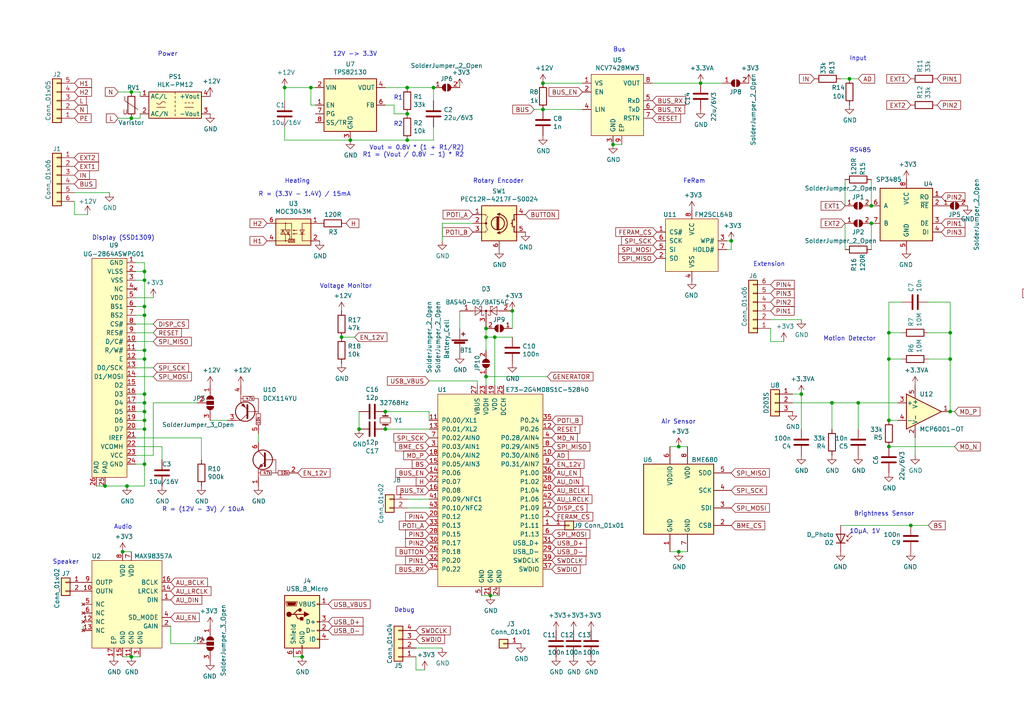
<source format=kicad_sch>
(kicad_sch (version 20211123) (generator eeschema)
  (paper "A4")
  (junction (at 41.91 134.62))
  (junction (at 257.81 121.92))
  (junction (at 196.85 160.02))
  (junction (at 363.22 100.33))
  (junction (at 317.5 85.09))
  (junction (at 99.06 97.79))
  (junction (at 252.73 59.69))
  (junction (at 125.73 25.4))
  (junction (at 275.59 96.52))
  (junction (at 41.91 101.6))
  (junction (at 87.63 190.5))
  (junction (at 41.91 119.38))
  (junction (at 330.2 100.33))
  (junction (at 41.91 104.14))
  (junction (at 157.48 24.13))
  (junction (at 140.97 109.22))
  (junction (at 41.91 78.74))
  (junction (at 246.38 22.86))
  (junction (at 196.85 129.54))
  (junction (at 203.2 24.13))
  (junction (at 257.81 129.54))
  (junction (at 336.55 100.33))
  (junction (at 264.16 152.4))
  (junction (at 118.11 33.02))
  (junction (at 111.76 119.38))
  (junction (at 143.51 97.79))
  (junction (at 330.2 85.09))
  (junction (at 118.11 40.64))
  (junction (at 257.81 104.14))
  (junction (at 41.91 88.9))
  (junction (at 118.11 25.4))
  (junction (at 140.97 97.79))
  (junction (at 101.6 40.64))
  (junction (at 323.85 100.33))
  (junction (at 177.8 41.91))
  (junction (at 41.91 124.46))
  (junction (at 336.55 85.09))
  (junction (at 275.59 119.38))
  (junction (at 104.14 124.46))
  (junction (at 111.76 124.46))
  (junction (at 41.91 81.28))
  (junction (at 90.17 25.4))
  (junction (at 317.5 100.33))
  (junction (at 148.59 90.17))
  (junction (at 363.22 85.09))
  (junction (at 142.24 172.72))
  (junction (at 157.48 31.75))
  (junction (at 30.48 140.97))
  (junction (at 212.09 69.85))
  (junction (at 35.56 160.02))
  (junction (at 232.41 114.3))
  (junction (at 41.91 121.92))
  (junction (at 82.55 25.4))
  (junction (at 248.92 116.84))
  (junction (at 38.1 26.67))
  (junction (at 241.3 116.84))
  (junction (at 257.81 96.52))
  (junction (at 41.91 91.44))
  (junction (at 41.91 114.3))
  (junction (at 38.1 190.5))
  (junction (at 252.73 64.77))
  (junction (at 275.59 104.14))
  (junction (at 36.83 140.97))
  (junction (at 41.91 116.84))
  (junction (at 140.97 95.25))
  (junction (at 38.1 34.29))
  (wire (pts (xy 44.45 116.84) (xy 57.15 116.84)))
  (wire (pts (xy 323.85 100.33) (xy 330.2 100.33)))
  (wire (pts (xy 140.97 97.79) (xy 140.97 95.25)))
  (wire (pts (xy 41.91 81.28) (xy 41.91 78.74)))
  (wire (pts (xy 257.81 129.54) (xy 276.86 129.54)))
  (wire (pts (xy 379.73 85.09) (xy 379.73 87.63)))
  (wire (pts (xy 118.11 40.64) (xy 125.73 40.64)))
  (wire (pts (xy 232.41 124.46) (xy 232.41 114.3)))
  (wire (pts (xy 44.45 93.98) (xy 39.37 93.98)))
  (wire (pts (xy 241.3 116.84) (xy 248.92 116.84)))
  (wire (pts (xy 257.81 104.14) (xy 257.81 96.52)))
  (wire (pts (xy 336.55 100.33) (xy 336.55 96.52)))
  (wire (pts (xy 39.37 134.62) (xy 41.91 134.62)))
  (wire (pts (xy 154.94 31.75) (xy 157.48 31.75)))
  (wire (pts (xy 257.81 121.92) (xy 257.81 104.14)))
  (wire (pts (xy 309.88 85.09) (xy 317.5 85.09)))
  (wire (pts (xy 39.37 96.52) (xy 44.45 96.52)))
  (wire (pts (xy 41.91 140.97) (xy 41.91 134.62)))
  (wire (pts (xy 39.37 106.68) (xy 44.45 106.68)))
  (wire (pts (xy 101.6 40.64) (xy 118.11 40.64)))
  (wire (pts (xy 142.24 172.72) (xy 144.78 172.72)))
  (wire (pts (xy 39.37 129.54) (xy 46.99 129.54)))
  (wire (pts (xy 317.5 85.09) (xy 330.2 85.09)))
  (wire (pts (xy 128.27 69.85) (xy 128.27 64.77)))
  (wire (pts (xy 140.97 97.79) (xy 143.51 97.79)))
  (wire (pts (xy 111.76 30.48) (xy 114.3 30.48)))
  (wire (pts (xy 148.59 95.25) (xy 148.59 90.17)))
  (wire (pts (xy 120.65 187.96) (xy 128.27 187.96)))
  (wire (pts (xy 39.37 116.84) (xy 41.91 116.84)))
  (wire (pts (xy 58.42 127) (xy 58.42 133.35)))
  (wire (pts (xy 118.11 144.78) (xy 124.46 144.78)))
  (wire (pts (xy 114.3 33.02) (xy 118.11 33.02)))
  (wire (pts (xy 39.37 99.06) (xy 44.45 99.06)))
  (wire (pts (xy 157.48 31.75) (xy 168.91 31.75)))
  (wire (pts (xy 125.73 29.21) (xy 125.73 25.4)))
  (wire (pts (xy 90.17 25.4) (xy 91.44 25.4)))
  (wire (pts (xy 39.37 81.28) (xy 41.91 81.28)))
  (wire (pts (xy 363.22 87.63) (xy 363.22 85.09)))
  (wire (pts (xy 74.93 128.27) (xy 74.93 125.73)))
  (wire (pts (xy 257.81 104.14) (xy 261.62 104.14)))
  (wire (pts (xy 21.59 55.88) (xy 31.75 55.88)))
  (wire (pts (xy 40.64 34.29) (xy 38.1 34.29)))
  (wire (pts (xy 257.81 121.92) (xy 260.35 121.92)))
  (wire (pts (xy 336.55 85.09) (xy 363.22 85.09)))
  (wire (pts (xy 21.59 58.42) (xy 21.59 62.23)))
  (wire (pts (xy 245.11 72.39) (xy 245.11 64.77)))
  (wire (pts (xy 143.51 111.76) (xy 143.51 97.79)))
  (wire (pts (xy 39.37 121.92) (xy 41.91 121.92)))
  (wire (pts (xy 317.5 100.33) (xy 323.85 100.33)))
  (wire (pts (xy 309.88 100.33) (xy 317.5 100.33)))
  (wire (pts (xy 275.59 87.63) (xy 275.59 96.52)))
  (wire (pts (xy 111.76 25.4) (xy 118.11 25.4)))
  (wire (pts (xy 39.37 124.46) (xy 41.91 124.46)))
  (wire (pts (xy 40.64 26.67) (xy 38.1 26.67)))
  (wire (pts (xy 39.37 109.22) (xy 44.45 109.22)))
  (wire (pts (xy 243.84 22.86) (xy 246.38 22.86)))
  (wire (pts (xy 330.2 100.33) (xy 336.55 100.33)))
  (wire (pts (xy 82.55 25.4) (xy 90.17 25.4)))
  (wire (pts (xy 41.91 124.46) (xy 41.91 121.92)))
  (wire (pts (xy 114.3 30.48) (xy 114.3 33.02)))
  (wire (pts (xy 35.56 190.5) (xy 38.1 190.5)))
  (wire (pts (xy 39.37 114.3) (xy 41.91 114.3)))
  (wire (pts (xy 257.81 87.63) (xy 261.62 87.63)))
  (wire (pts (xy 336.55 85.09) (xy 336.55 91.44)))
  (wire (pts (xy 27.94 140.97) (xy 30.48 140.97)))
  (wire (pts (xy 363.22 100.33) (xy 379.73 100.33)))
  (wire (pts (xy 39.37 104.14) (xy 41.91 104.14)))
  (wire (pts (xy 363.22 97.79) (xy 363.22 100.33)))
  (wire (pts (xy 138.43 111.76) (xy 138.43 110.49)))
  (wire (pts (xy 41.91 114.3) (xy 41.91 104.14)))
  (wire (pts (xy 257.81 96.52) (xy 257.81 87.63)))
  (wire (pts (xy 39.37 127) (xy 58.42 127)))
  (wire (pts (xy 41.91 76.2) (xy 39.37 76.2)))
  (wire (pts (xy 243.84 152.4) (xy 264.16 152.4)))
  (wire (pts (xy 91.44 30.48) (xy 90.17 30.48)))
  (wire (pts (xy 264.16 152.4) (xy 269.24 152.4)))
  (wire (pts (xy 30.48 140.97) (xy 36.83 140.97)))
  (wire (pts (xy 46.99 129.54) (xy 46.99 133.35)))
  (wire (pts (xy 38.1 34.29) (xy 34.29 34.29)))
  (wire (pts (xy 38.1 160.02) (xy 35.56 160.02)))
  (wire (pts (xy 21.59 62.23) (xy 25.4 62.23)))
  (wire (pts (xy 41.91 134.62) (xy 41.91 124.46)))
  (wire (pts (xy 39.37 88.9) (xy 41.91 88.9)))
  (wire (pts (xy 248.92 124.46) (xy 248.92 116.84)))
  (wire (pts (xy 229.87 116.84) (xy 241.3 116.84)))
  (wire (pts (xy 40.64 33.02) (xy 40.64 34.29)))
  (wire (pts (xy 41.91 78.74) (xy 41.91 76.2)))
  (wire (pts (xy 123.19 194.31) (xy 120.65 194.31)))
  (wire (pts (xy 128.27 64.77) (xy 137.16 64.77)))
  (wire (pts (xy 252.73 52.07) (xy 252.73 59.69)))
  (wire (pts (xy 38.1 190.5) (xy 40.64 190.5)))
  (wire (pts (xy 232.41 114.3) (xy 229.87 114.3)))
  (wire (pts (xy 275.59 104.14) (xy 269.24 104.14)))
  (wire (pts (xy 24.13 182.88) (xy 24.13 181.61)))
  (wire (pts (xy 139.7 172.72) (xy 142.24 172.72)))
  (wire (pts (xy 275.59 119.38) (xy 276.86 119.38)))
  (wire (pts (xy 125.73 40.64) (xy 125.73 36.83)))
  (wire (pts (xy 336.55 100.33) (xy 363.22 100.33)))
  (wire (pts (xy 82.55 29.21) (xy 82.55 25.4)))
  (wire (pts (xy 203.2 24.13) (xy 209.55 24.13)))
  (wire (pts (xy 41.91 101.6) (xy 41.91 91.44)))
  (wire (pts (xy 41.91 91.44) (xy 41.91 88.9)))
  (wire (pts (xy 41.91 88.9) (xy 41.91 81.28)))
  (wire (pts (xy 120.65 194.31) (xy 120.65 190.5)))
  (wire (pts (xy 41.91 121.92) (xy 41.91 119.38)))
  (wire (pts (xy 210.82 69.85) (xy 212.09 69.85)))
  (wire (pts (xy 196.85 129.54) (xy 199.39 129.54)))
  (wire (pts (xy 41.91 104.14) (xy 41.91 101.6)))
  (wire (pts (xy 49.53 186.69) (xy 57.15 186.69)))
  (wire (pts (xy 309.88 88.9) (xy 309.88 85.09)))
  (wire (pts (xy 125.73 25.4) (xy 118.11 25.4)))
  (wire (pts (xy 223.52 95.25) (xy 223.52 99.06)))
  (wire (pts (xy 177.8 41.91) (xy 180.34 41.91)))
  (wire (pts (xy 275.59 96.52) (xy 275.59 104.14)))
  (wire (pts (xy 118.11 147.32) (xy 124.46 147.32)))
  (wire (pts (xy 140.97 101.6) (xy 140.97 97.79)))
  (wire (pts (xy 265.43 132.08) (xy 265.43 127)))
  (wire (pts (xy 85.09 190.5) (xy 87.63 190.5)))
  (wire (pts (xy 36.83 140.97) (xy 41.91 140.97)))
  (wire (pts (xy 189.23 24.13) (xy 203.2 24.13)))
  (wire (pts (xy 309.88 96.52) (xy 309.88 100.33)))
  (wire (pts (xy 39.37 91.44) (xy 41.91 91.44)))
  (wire (pts (xy 99.06 97.79) (xy 102.87 97.79)))
  (wire (pts (xy 124.46 119.38) (xy 124.46 121.92)))
  (wire (pts (xy 140.97 109.22) (xy 158.75 109.22)))
  (wire (pts (xy 252.73 64.77) (xy 252.73 72.39)))
  (wire (pts (xy 38.1 26.67) (xy 34.29 26.67)))
  (wire (pts (xy 246.38 22.86) (xy 248.92 22.86)))
  (wire (pts (xy 82.55 36.83) (xy 82.55 40.64)))
  (wire (pts (xy 111.76 124.46) (xy 124.46 124.46)))
  (wire (pts (xy 40.64 27.94) (xy 40.64 26.67)))
  (wire (pts (xy 379.73 100.33) (xy 379.73 97.79)))
  (wire (pts (xy 104.14 124.46) (xy 104.14 119.38)))
  (wire (pts (xy 82.55 40.64) (xy 101.6 40.64)))
  (wire (pts (xy 223.52 99.06) (xy 227.33 99.06)))
  (wire (pts (xy 232.41 92.71) (xy 223.52 92.71)))
  (wire (pts (xy 194.31 129.54) (xy 196.85 129.54)))
  (wire (pts (xy 157.48 24.13) (xy 168.91 24.13)))
  (wire (pts (xy 248.92 116.84) (xy 260.35 116.84)))
  (wire (pts (xy 143.51 97.79) (xy 148.59 97.79)))
  (wire (pts (xy 39.37 132.08) (xy 44.45 132.08)))
  (wire (pts (xy 212.09 72.39) (xy 212.09 69.85)))
  (wire (pts (xy 363.22 85.09) (xy 379.73 85.09)))
  (wire (pts (xy 269.24 87.63) (xy 275.59 87.63)))
  (wire (pts (xy 241.3 124.46) (xy 241.3 116.84)))
  (wire (pts (xy 269.24 96.52) (xy 275.59 96.52)))
  (wire (pts (xy 124.46 110.49) (xy 138.43 110.49)))
  (wire (pts (xy 245.11 59.69) (xy 245.11 52.07)))
  (wire (pts (xy 66.04 121.92) (xy 60.96 121.92)))
  (wire (pts (xy 39.37 101.6) (xy 41.91 101.6)))
  (wire (pts (xy 39.37 86.36) (xy 44.45 86.36)))
  (wire (pts (xy 39.37 78.74) (xy 41.91 78.74)))
  (wire (pts (xy 196.85 160.02) (xy 199.39 160.02)))
  (wire (pts (xy 133.35 95.25) (xy 133.35 90.17)))
  (wire (pts (xy 275.59 119.38) (xy 275.59 104.14)))
  (wire (pts (xy 111.76 119.38) (xy 124.46 119.38)))
  (wire (pts (xy 44.45 116.84) (xy 44.45 132.08)))
  (wire (pts (xy 330.2 85.09) (xy 336.55 85.09)))
  (wire (pts (xy 41.91 116.84) (xy 41.91 114.3)))
  (wire (pts (xy 210.82 72.39) (xy 212.09 72.39)))
  (wire (pts (xy 39.37 119.38) (xy 41.91 119.38)))
  (wire (pts (xy 90.17 30.48) (xy 90.17 25.4)))
  (wire (pts (xy 41.91 119.38) (xy 41.91 116.84)))
  (wire (pts (xy 194.31 160.02) (xy 196.85 160.02)))
  (wire (pts (xy 49.53 181.61) (xy 49.53 186.69)))
  (wire (pts (xy 261.62 96.52) (xy 257.81 96.52)))
  (wire (pts (xy 140.97 111.76) (xy 140.97 109.22)))
  (text "FeRam" (at 198.12 53.34 0) (effects (font (size 1.27 1.27)) (justify left bottom)))
  (text "R = (3.3V - 1.4V) / 15mA" (at 74.93 57.15 0) (effects (font (size 1.27 1.27)) (justify left bottom)))
  (text "Vout = 0.8V * (1 + R1/R2)\nR1 = (Vout / 0.8V - 1) * R2" (at 134.62 45.72 180) (effects (font (size 1.27 1.27)) (justify right bottom)))
  (text "10µA, 1V" (at 246.38 154.94 0) (effects (font (size 1.27 1.27)) (justify left bottom)))
  (text "Input" (at 246.38 17.78 0) (effects (font (size 1.27 1.27)) (justify left bottom)))
  (text "Bus" (at 177.8 15.24 0) (effects (font (size 1.27 1.27)) (justify left bottom)))
  (text "Debug" (at 114.3 177.8 0) (effects (font (size 1.27 1.27)) (justify left bottom)))
  (text "R2" (at 116.84 36.83 180) (effects (font (size 1.27 1.27)) (justify right bottom)))
  (text "Brightness Sensor" (at 247.65 149.86 0) (effects (font (size 1.27 1.27)) (justify left bottom)))
  (text "RS485" (at 246.38 44.45 0) (effects (font (size 1.27 1.27)) (justify left bottom)))
  (text "Extension" (at 218.44 77.47 0) (effects (font (size 1.27 1.27)) (justify left bottom)))
  (text "Rotary Encoder" (at 137.16 53.34 0) (effects (font (size 1.27 1.27)) (justify left bottom)))
  (text "R = (12V - 3V) / 10uA" (at 46.99 148.59 0) (effects (font (size 1.27 1.27)) (justify left bottom)))
  (text "Power" (at 45.72 16.51 0) (effects (font (size 1.27 1.27)) (justify left bottom)))
  (text "Speaker" (at 15.24 163.83 0) (effects (font (size 1.27 1.27)) (justify left bottom)))
  (text "12V -> 3.3V" (at 96.52 16.51 0) (effects (font (size 1.27 1.27)) (justify left bottom)))
  (text "R1" (at 116.84 29.21 180) (effects (font (size 1.27 1.27)) (justify right bottom)))
  (text "Voltage Monitor" (at 92.71 83.82 0) (effects (font (size 1.27 1.27)) (justify left bottom)))
  (text "Motion Detector" (at 238.76 99.06 0) (effects (font (size 1.27 1.27)) (justify left bottom)))
  (text "Audio" (at 33.02 153.67 0) (effects (font (size 1.27 1.27)) (justify left bottom)))
  (text "Air Sensor" (at 191.77 123.19 0) (effects (font (size 1.27 1.27)) (justify left bottom)))
  (text "Heating" (at 82.55 53.34 0) (effects (font (size 1.27 1.27)) (justify left bottom)))
  (text "Display (SSD1309)" (at 26.67 69.85 0) (effects (font (size 1.27 1.27)) (justify left bottom)))
  (global_label "MD_N" (shape input) (at 160.02 127 0) (property "Intersheet References" "${INTERSHEET_REFS}" (effects hide)))
  (global_label "USB_D+" (shape input) (at 95.25 180.34 0) (property "Intersheet References" "${INTERSHEET_REFS}" (effects hide)))
  (global_label "PIN2" (shape input) (at 271.78 30.48 0) (property "Intersheet References" "${INTERSHEET_REFS}" (effects hide)))
  (global_label "BUS_RX" (shape input) (at 124.46 165.1 180) (property "Intersheet References" "${INTERSHEET_REFS}" (effects hide)))
  (global_label "USB_D-" (shape input) (at 160.02 160.02 0) (property "Intersheet References" "${INTERSHEET_REFS}" (effects hide)))
  (global_label "AU_EN" (shape input) (at 49.53 179.07 0) (property "Intersheet References" "${INTERSHEET_REFS}" (effects hide)))
  (global_label "N" (shape input) (at 21.59 31.75 0) (property "Intersheet References" "${INTERSHEET_REFS}" (effects hide)))
  (global_label "GENERATOR" (shape input) (at 158.75 109.22 0) (property "Intersheet References" "${INTERSHEET_REFS}" (effects hide)))
  (global_label "PIN3" (shape input) (at 124.46 154.94 180) (property "Intersheet References" "${INTERSHEET_REFS}" (effects hide)))
  (global_label "AU_DIN" (shape input) (at 49.53 173.99 0) (property "Intersheet References" "${INTERSHEET_REFS}" (effects hide)))
  (global_label "RESET" (shape input) (at 44.45 96.52 0) (property "Intersheet References" "${INTERSHEET_REFS}" (effects hide)))
  (global_label "PIN2" (shape input) (at 223.52 87.63 0) (property "Intersheet References" "${INTERSHEET_REFS}" (effects hide)))
  (global_label "BUS_TX" (shape input) (at 189.23 31.75 0) (property "Intersheet References" "${INTERSHEET_REFS}" (effects hide)))
  (global_label "IN" (shape input) (at 21.59 50.8 0) (property "Intersheet References" "${INTERSHEET_REFS}" (effects hide)))
  (global_label "POTI_B" (shape input) (at 160.02 121.92 0) (property "Intersheet References" "${INTERSHEET_REFS}" (effects hide)))
  (global_label "L" (shape input) (at 21.59 29.21 0) (property "Intersheet References" "${INTERSHEET_REFS}" (effects hide)))
  (global_label "G1" (shape input) (at 322.58 92.71 270) (property "Intersheet References" "${INTERSHEET_REFS}" (effects hide)))
  (global_label "H1" (shape input) (at 77.47 69.85 180) (property "Intersheet References" "${INTERSHEET_REFS}" (effects hide)))
  (global_label "PIN1" (shape input) (at 271.78 22.86 0) (property "Intersheet References" "${INTERSHEET_REFS}" (effects hide)))
  (global_label "SPI_MOSI" (shape input) (at 190.5 72.39 180) (property "Intersheet References" "${INTERSHEET_REFS}" (effects hide)))
  (global_label "H" (shape input) (at 124.46 139.7 180) (property "Intersheet References" "${INTERSHEET_REFS}" (effects hide)))
  (global_label "SPI_SCK" (shape input) (at 212.09 142.24 0) (property "Intersheet References" "${INTERSHEET_REFS}" (effects hide)))
  (global_label "EXT2" (shape input) (at 245.11 64.77 180) (property "Intersheet References" "${INTERSHEET_REFS}" (effects hide)))
  (global_label "PIN2" (shape input) (at 124.46 157.48 180) (property "Intersheet References" "${INTERSHEET_REFS}" (effects hide)))
  (global_label "PIN1" (shape input) (at 124.46 162.56 180) (property "Intersheet References" "${INTERSHEET_REFS}" (effects hide)))
  (global_label "SPI_MOSI" (shape input) (at 212.09 147.32 0) (property "Intersheet References" "${INTERSHEET_REFS}" (effects hide)))
  (global_label "AU_LRCLK" (shape input) (at 160.02 144.78 0) (property "Intersheet References" "${INTERSHEET_REFS}" (effects hide)))
  (global_label "FERAM_CS" (shape input) (at 160.02 149.86 0) (property "Intersheet References" "${INTERSHEET_REFS}" (effects hide)))
  (global_label "MD_N" (shape input) (at 276.86 129.54 0) (property "Intersheet References" "${INTERSHEET_REFS}" (effects hide)))
  (global_label "SWDIO" (shape input) (at 120.65 185.42 0) (property "Intersheet References" "${INTERSHEET_REFS}" (effects hide)))
  (global_label "EXT1" (shape input) (at 264.16 22.86 180) (property "Intersheet References" "${INTERSHEET_REFS}" (effects hide)))
  (global_label "GENERATOR" (shape input) (at 309.88 85.09 180) (property "Intersheet References" "${INTERSHEET_REFS}" (effects hide)))
  (global_label "BME_CS" (shape input) (at 212.09 152.4 0) (property "Intersheet References" "${INTERSHEET_REFS}" (effects hide)))
  (global_label "BS" (shape input) (at 269.24 152.4 0) (property "Intersheet References" "${INTERSHEET_REFS}" (effects hide)))
  (global_label "G2" (shape input) (at 325.12 92.71 270) (property "Intersheet References" "${INTERSHEET_REFS}" (effects hide)))
  (global_label "SPI_MISO" (shape input) (at 160.02 129.54 0) (property "Intersheet References" "${INTERSHEET_REFS}" (effects hide)))
  (global_label "H2" (shape input) (at 77.47 64.77 180) (property "Intersheet References" "${INTERSHEET_REFS}" (effects hide)))
  (global_label "IN" (shape input) (at 236.22 22.86 180) (property "Intersheet References" "${INTERSHEET_REFS}" (effects hide)))
  (global_label "PE" (shape input) (at 21.59 34.29 0) (property "Intersheet References" "${INTERSHEET_REFS}" (effects hide)))
  (global_label "USB_VBUS" (shape input) (at 124.46 110.49 180) (property "Intersheet References" "${INTERSHEET_REFS}" (effects hide)))
  (global_label "EN_12V" (shape input) (at 102.87 97.79 0) (property "Intersheet References" "${INTERSHEET_REFS}" (effects hide)))
  (global_label "POTI_A" (shape input) (at 124.46 152.4 180) (property "Intersheet References" "${INTERSHEET_REFS}" (effects hide)))
  (global_label "USB_D-" (shape input) (at 95.25 182.88 0) (property "Intersheet References" "${INTERSHEET_REFS}" (effects hide)))
  (global_label "RESET" (shape input) (at 160.02 124.46 0) (property "Intersheet References" "${INTERSHEET_REFS}" (effects hide)))
  (global_label "SPI_MISO" (shape input) (at 212.09 137.16 0) (property "Intersheet References" "${INTERSHEET_REFS}" (effects hide)))
  (global_label "BUS" (shape input) (at 21.59 53.34 0) (property "Intersheet References" "${INTERSHEET_REFS}" (effects hide)))
  (global_label "SWDCLK" (shape input) (at 160.02 162.56 0) (property "Intersheet References" "${INTERSHEET_REFS}" (effects hide)))
  (global_label "BUS_EN" (shape input) (at 124.46 137.16 180) (property "Intersheet References" "${INTERSHEET_REFS}" (effects hide)))
  (global_label "SWDIO" (shape input) (at 160.02 165.1 0) (property "Intersheet References" "${INTERSHEET_REFS}" (effects hide)))
  (global_label "AU_BCLK" (shape input) (at 160.02 142.24 0) (property "Intersheet References" "${INTERSHEET_REFS}" (effects hide)))
  (global_label "EN_12V" (shape input) (at 86.36 137.16 0) (property "Intersheet References" "${INTERSHEET_REFS}" (effects hide)))
  (global_label "AD" (shape input) (at 160.02 132.08 0) (property "Intersheet References" "${INTERSHEET_REFS}" (effects hide)))
  (global_label "POTI_A" (shape input) (at 137.16 62.23 180) (property "Intersheet References" "${INTERSHEET_REFS}" (effects hide)))
  (global_label "BME_CS" (shape input) (at 124.46 129.54 180) (property "Intersheet References" "${INTERSHEET_REFS}" (effects hide)))
  (global_label "SPI_MISO" (shape input) (at 190.5 74.93 180) (property "Intersheet References" "${INTERSHEET_REFS}" (effects hide)))
  (global_label "BUS_RX" (shape input) (at 189.23 29.21 0) (property "Intersheet References" "${INTERSHEET_REFS}" (effects hide)))
  (global_label "AU_LRCLK" (shape input) (at 49.53 171.45 0) (property "Intersheet References" "${INTERSHEET_REFS}" (effects hide)))
  (global_label "EXT1" (shape input) (at 245.11 59.69 180) (property "Intersheet References" "${INTERSHEET_REFS}" (effects hide)))
  (global_label "POTI_B" (shape input) (at 137.16 67.31 180) (property "Intersheet References" "${INTERSHEET_REFS}" (effects hide)))
  (global_label "SPI_SCK" (shape input) (at 190.5 69.85 180) (property "Intersheet References" "${INTERSHEET_REFS}" (effects hide)))
  (global_label "BUTTON" (shape input) (at 152.4 62.23 0) (property "Intersheet References" "${INTERSHEET_REFS}" (effects hide)))
  (global_label "BUTTON" (shape input) (at 124.46 160.02 180) (property "Intersheet References" "${INTERSHEET_REFS}" (effects hide)))
  (global_label "USB_VBUS" (shape input) (at 95.25 175.26 0) (property "Intersheet References" "${INTERSHEET_REFS}" (effects hide)))
  (global_label "H2" (shape input) (at 21.59 26.67 0) (property "Intersheet References" "${INTERSHEET_REFS}" (effects hide)))
  (global_label "PIN4" (shape input) (at 223.52 82.55 0) (property "Intersheet References" "${INTERSHEET_REFS}" (effects hide)))
  (global_label "AU_EN" (shape input) (at 160.02 137.16 0) (property "Intersheet References" "${INTERSHEET_REFS}" (effects hide)))
  (global_label "EN_12V" (shape input) (at 160.02 134.62 0) (property "Intersheet References" "${INTERSHEET_REFS}" (effects hide)))
  (global_label "PIN1" (shape input) (at 223.52 90.17 0) (property "Intersheet References" "${INTERSHEET_REFS}" (effects hide)))
  (global_label "SPI_MISO" (shape input) (at 44.45 99.06 0) (property "Intersheet References" "${INTERSHEET_REFS}" (effects hide)))
  (global_label "L" (shape input) (at 34.29 34.29 180) (property "Intersheet References" "${INTERSHEET_REFS}" (effects hide)))
  (global_label "EXT2" (shape input) (at 21.59 45.72 0) (property "Intersheet References" "${INTERSHEET_REFS}" (effects hide)))
  (global_label "G1" (shape input) (at 363.22 92.71 180) (property "Intersheet References" "${INTERSHEET_REFS}" (effects hide)))
  (global_label "G2" (shape input) (at 379.73 92.71 0) (property "Intersheet References" "${INTERSHEET_REFS}" (effects hide)))
  (global_label "BS" (shape input) (at 124.46 134.62 180) (property "Intersheet References" "${INTERSHEET_REFS}" (effects hide)))
  (global_label "PIN1" (shape input) (at 273.05 64.77 0) (property "Intersheet References" "${INTERSHEET_REFS}" (effects hide)))
  (global_label "PIN3" (shape input) (at 273.05 67.31 0) (property "Intersheet References" "${INTERSHEET_REFS}" (effects hide)))
  (global_label "H1" (shape input) (at 21.59 24.13 0) (property "Intersheet References" "${INTERSHEET_REFS}" (effects hide)))
  (global_label "N" (shape input) (at 34.29 26.67 180) (property "Intersheet References" "${INTERSHEET_REFS}" (effects hide)))
  (global_label "SPI_SCK" (shape input) (at 124.46 127 180) (property "Intersheet References" "${INTERSHEET_REFS}" (effects hide)))
  (global_label "AD" (shape input) (at 248.92 22.86 0) (property "Intersheet References" "${INTERSHEET_REFS}" (effects hide)))
  (global_label "DISP_CS" (shape input) (at 44.45 93.98 0) (property "Intersheet References" "${INTERSHEET_REFS}" (effects hide)))
  (global_label "SPI_MOSI" (shape input) (at 160.02 154.94 0) (property "Intersheet References" "${INTERSHEET_REFS}" (effects hide)))
  (global_label "SWDCLK" (shape input) (at 120.65 182.88 0) (property "Intersheet References" "${INTERSHEET_REFS}" (effects hide)))
  (global_label "EXT2" (shape input) (at 264.16 30.48 180) (property "Intersheet References" "${INTERSHEET_REFS}" (effects hide)))
  (global_label "RESET" (shape input) (at 189.23 34.29 0) (property "Intersheet References" "${INTERSHEET_REFS}" (effects hide)))
  (global_label "USB_D+" (shape input) (at 160.02 157.48 0) (property "Intersheet References" "${INTERSHEET_REFS}" (effects hide)))
  (global_label "FERAM_CS" (shape input) (at 190.5 67.31 180) (property "Intersheet References" "${INTERSHEET_REFS}" (effects hide)))
  (global_label "PIN3" (shape input) (at 223.52 85.09 0) (property "Intersheet References" "${INTERSHEET_REFS}" (effects hide)))
  (global_label "PIN2" (shape input) (at 273.05 57.15 0) (property "Intersheet References" "${INTERSHEET_REFS}" (effects hide)))
  (global_label "DISP_CS" (shape input) (at 160.02 147.32 0) (property "Intersheet References" "${INTERSHEET_REFS}" (effects hide)))
  (global_label "AU_BCLK" (shape input) (at 49.53 168.91 0) (property "Intersheet References" "${INTERSHEET_REFS}" (effects hide)))
  (global_label "PIN4" (shape input) (at 124.46 149.86 180) (property "Intersheet References" "${INTERSHEET_REFS}" (effects hide)))
  (global_label "BUS" (shape input) (at 154.94 31.75 180) (property "Intersheet References" "${INTERSHEET_REFS}" (effects hide)))
  (global_label "SPI_MOSI" (shape input) (at 44.45 109.22 0) (property "Intersheet References" "${INTERSHEET_REFS}" (effects hide)))
  (global_label "H" (shape input) (at 100.33 64.77 0) (property "Intersheet References" "${INTERSHEET_REFS}" (effects hide)))
  (global_label "EXT1" (shape input) (at 21.59 48.26 0) (property "Intersheet References" "${INTERSHEET_REFS}" (effects hide)))
  (global_label "BUS_TX" (shape input) (at 124.46 142.24 180) (property "Intersheet References" "${INTERSHEET_REFS}" (effects hide)))
  (global_label "MD_P" (shape input) (at 124.46 132.08 180) (property "Intersheet References" "${INTERSHEET_REFS}" (effects hide)))
  (global_label "MD_P" (shape input) (at 276.86 119.38 0) (property "Intersheet References" "${INTERSHEET_REFS}" (effects hide)))
  (global_label "AU_DIN" (shape input) (at 160.02 139.7 0) (property "Intersheet References" "${INTERSHEET_REFS}" (effects hide)))
  (global_label "BUS_EN" (shape input) (at 168.91 26.67 180) (property "Intersheet References" "${INTERSHEET_REFS}" (effects hide)))
  (global_label "SPI_SCK" (shape input) (at 44.45 106.68 0) (property "Intersheet References" "${INTERSHEET_REFS}" (effects hide)))
  (symbol (lib_id "Regulator_Switching:TPS82130") (at 101.6 30.48 0) (unit 1)
    (property "Reference" "U7" (at 101.6 18.6182 0))
    (property "Value" "TPS82130" (at 101.6 20.9296 0))
    (property "Footprint" "RoomControl:TPS82130" (effects hide))
    (property "Datasheet" "http://www.ti.com/lit/ds/symlink/tps82130.pdf" (effects hide))
  )
  (symbol (lib_id "Sensor:BME680") (at 196.85 144.78 0) (unit 1)
    (property "Reference" "U6" (at 189.23 133.35 0) (effects (justify right)))
    (property "Value" "BME680" (at 208.28 133.35 0) (effects (justify right)))
    (property "Footprint" "RoomControl:BME680" (effects hide))
    (property "Datasheet" "https://ae-bst.resource.bosch.com/media/_tech/media/datasheets/BST-BME680-DS001.pdf" (effects hide))
  )
  (symbol (lib_id "Converter_ACDC:HLK-PM12") (at 50.8 30.48 0) (unit 1)
    (property "Reference" "PS1" (at 50.8 22.225 0))
    (property "Value" "HLK-PM12" (at 50.8 24.5364 0))
    (property "Footprint" "RoomControl:HLK-PMxx" (effects hide))
    (property "Datasheet" "http://www.hlktech.net/product_detail.php?ProId=56" (effects hide))
  )
  (symbol (lib_id "Relay_SolidState:MOC3043M") (at 85.09 67.31 0) (mirror y) (unit 1)
    (property "Reference" "U3" (at 85.09 59.055 0))
    (property "Value" "MOC3043M" (at 85.09 61.3664 0))
    (property "Footprint" "RoomControl:MOC3043M" (effects hide))
    (property "Datasheet" "http://www.fairchildsemi.com/ds/MO/MOC3031M.pdf" (effects hide))
  )
  (symbol (lib_id "RoomControl:E73-2G4M08S1C-52840") (at 142.24 142.24 0) (unit 1)
    (property "Reference" "U1" (at 128.27 113.03 0))
    (property "Value" "E73-2G4M08S1C-52840" (at 158.75 113.03 0))
    (property "Footprint" "RoomControl:E73-2G4M08S1C-52840" (effects hide))
  )
  (symbol (lib_id "Connector:USB_B_Micro") (at 87.63 180.34 0) (unit 1)
    (property "Reference" "J4" (at 89.0778 168.4782 0))
    (property "Value" "USB_B_Micro" (at 89.0778 170.7896 0))
    (property "Footprint" "RoomControl:USB_Micro-B" (effects hide))
  )
  (symbol (lib_id "Interface_UART:SP3485EN") (at 262.89 62.23 0) (mirror y) (unit 1)
    (property "Reference" "U4" (at 269.24 53.34 0))
    (property "Value" "SP3485" (at 257.81 52.07 0))
    (property "Footprint" "Package_SO:SOIC-8_3.9x4.9mm_P1.27mm" (effects hide))
    (property "Datasheet" "http://www.icbase.com/pdf/SPX/SPX00480106.pdf" (effects hide))
  )
  (symbol (lib_id "RoomControl:MAX98357A") (at 36.83 175.26 0) (mirror y) (unit 1)
    (property "Reference" "U2" (at 27.94 161.29 0))
    (property "Value" "MAX98357A" (at 44.45 161.29 0))
    (property "Footprint" "RoomControl:MAX98357A" (effects hide))
  )
  (symbol (lib_id "power:GND") (at 36.83 140.97 0) (unit 1)
    (property "Reference" "#PWR0109" (effects hide))
    (property "Value" "GND" (at 36.957 145.3642 0))
  )
  (symbol (lib_id "RoomControl:UG-2864ASWPG01") (at 36.83 106.68 0) (unit 1)
    (property "Reference" "U9" (at 33.02 71.12 0))
    (property "Value" "UG-2864ASWPG01" (at 33.02 73.66 0))
    (property "Footprint" "RoomControl:Connector-Flat-24_P0.5mm" (effects hide))
  )
  (symbol (lib_id "power:+3V3") (at 44.45 86.36 0) (unit 1)
    (property "Reference" "#PWR0110" (effects hide))
    (property "Value" "+3V3" (at 44.831 81.9658 0))
  )
  (symbol (lib_id "Device:C") (at 46.99 137.16 0) (unit 1)
    (property "Reference" "C3" (at 46.99 134.62 0) (effects (justify left)))
    (property "Value" "10u/16V" (at 43.18 139.7 0) (effects (justify left)))
    (property "Footprint" "Capacitor_SMD:C_1206_3216Metric" (effects hide))
  )
  (symbol (lib_id "Device:R") (at 58.42 137.16 0) (unit 1)
    (property "Reference" "R10" (at 60.198 135.9916 0) (effects (justify left)))
    (property "Value" "900k" (at 60.198 138.303 0) (effects (justify left)))
    (property "Footprint" "Resistor_SMD:R_0603_1608Metric" (effects hide))
  )
  (symbol (lib_id "power:GND") (at 46.99 140.97 0) (unit 1)
    (property "Reference" "#PWR0112" (effects hide))
    (property "Value" "GND" (at 47.117 145.3642 0))
  )
  (symbol (lib_id "power:GND") (at 58.42 140.97 0) (unit 1)
    (property "Reference" "#PWR0113" (effects hide))
    (property "Value" "GND" (at 58.547 145.3642 0))
  )
  (symbol (lib_id "power:+12V") (at 69.85 111.76 0) (unit 1)
    (property "Reference" "#PWR0114" (effects hide))
    (property "Value" "+12V" (at 70.231 107.3658 0))
  )
  (symbol (lib_id "RoomControl:Rotary_Encoder_Switch") (at 144.78 64.77 0) (unit 1)
    (property "Reference" "SW1" (at 144.78 55.4482 0))
    (property "Value" "PEC12R-4217F-S0024" (at 144.78 57.7596 0))
    (property "Footprint" "RoomControl:PEC12R" (effects hide))
  )
  (symbol (lib_id "power:GND") (at 144.78 72.39 0) (unit 1)
    (property "Reference" "#PWR010" (effects hide))
    (property "Value" "GND" (at 144.907 76.7842 0))
  )
  (symbol (lib_id "power:GND") (at 60.96 33.02 0) (unit 1)
    (property "Reference" "#PWR05" (effects hide))
    (property "Value" "GND" (at 61.087 37.4142 0))
  )
  (symbol (lib_id "power:+12V") (at 60.96 27.94 0) (unit 1)
    (property "Reference" "#PWR04" (effects hide))
    (property "Value" "+12V" (at 61.341 23.5458 0))
  )
  (symbol (lib_id "power:GND") (at 142.24 172.72 0) (unit 1)
    (property "Reference" "#PWR013" (effects hide))
    (property "Value" "GND" (at 142.367 177.1142 0))
  )
  (symbol (lib_id "Connector_Generic:Conn_01x04") (at 115.57 187.96 180) (unit 1)
    (property "Reference" "J5" (at 115.57 193.04 0))
    (property "Value" "Conn_01x04" (at 113.03 186.69 90))
    (property "Footprint" "Connector_PinHeader_2.00mm:PinHeader_1x04_P2.00mm_Vertical" (effects hide))
  )
  (symbol (lib_id "power:GND") (at 128.27 187.96 0) (unit 1)
    (property "Reference" "#PWR018" (effects hide))
    (property "Value" "GND" (at 128.397 192.3542 0))
  )
  (symbol (lib_id "power:+3V3") (at 123.19 194.31 0) (unit 1)
    (property "Reference" "#PWR017" (effects hide))
    (property "Value" "+3V3" (at 123.571 189.9158 0))
  )
  (symbol (lib_id "power:GND") (at 152.4 67.31 0) (unit 1)
    (property "Reference" "#PWR08" (effects hide))
    (property "Value" "GND" (at 152.527 71.7042 0))
  )
  (symbol (lib_id "power:GND") (at 128.27 69.85 0) (unit 1)
    (property "Reference" "#PWR09" (effects hide))
    (property "Value" "GND" (at 128.397 74.2442 0))
  )
  (symbol (lib_id "power:GND") (at 87.63 190.5 0) (unit 1)
    (property "Reference" "#PWR020" (effects hide))
    (property "Value" "GND" (at 87.757 194.8942 0))
  )
  (symbol (lib_id "Device:R") (at 118.11 29.21 0) (unit 1)
    (property "Reference" "R1" (at 119.888 28.0416 0) (effects (justify left)))
    (property "Value" "33k" (at 119.888 30.353 0) (effects (justify left)))
    (property "Footprint" "Resistor_SMD:R_0603_1608Metric" (effects hide))
  )
  (symbol (lib_id "Device:R") (at 118.11 36.83 0) (unit 1)
    (property "Reference" "R2" (at 119.888 35.6616 0) (effects (justify left)))
    (property "Value" "10k" (at 119.888 37.973 0) (effects (justify left)))
    (property "Footprint" "Resistor_SMD:R_0603_1608Metric" (effects hide))
  )
  (symbol (lib_id "power:GND") (at 262.89 72.39 0) (mirror y) (unit 1)
    (property "Reference" "#PWR012" (effects hide))
    (property "Value" "GND" (at 262.763 76.7842 0))
  )
  (symbol (lib_id "power:GND") (at 101.6 40.64 0) (unit 1)
    (property "Reference" "#PWR019" (effects hide))
    (property "Value" "GND" (at 101.727 45.0342 0))
  )
  (symbol (lib_id "Device:C") (at 125.73 33.02 0) (unit 1)
    (property "Reference" "C2" (at 128.651 31.8516 0) (effects (justify left)))
    (property "Value" "22u/6V3" (at 128.651 34.163 0) (effects (justify left)))
    (property "Footprint" "Capacitor_SMD:C_0805_2012Metric" (effects hide))
  )
  (symbol (lib_id "Device:C") (at 82.55 33.02 0) (unit 1)
    (property "Reference" "C1" (at 80.01 30.48 0) (effects (justify left)))
    (property "Value" "10u/16V" (at 78.74 35.56 0) (effects (justify left)))
    (property "Footprint" "Capacitor_SMD:C_1206_3216Metric" (effects hide))
  )
  (symbol (lib_id "power:+12V") (at 82.55 25.4 0) (unit 1)
    (property "Reference" "#PWR015" (effects hide))
    (property "Value" "+12V" (at 82.931 21.0058 0))
  )
  (symbol (lib_id "power:GND") (at 196.85 160.02 0) (unit 1)
    (property "Reference" "#PWR014" (effects hide))
    (property "Value" "GND" (at 196.977 164.4142 0))
  )
  (symbol (lib_id "power:+3V3") (at 196.85 129.54 0) (unit 1)
    (property "Reference" "#PWR011" (effects hide))
    (property "Value" "+3V3" (at 197.231 125.1458 0))
  )
  (symbol (lib_id "power:+3V3") (at 60.96 181.61 0) (mirror y) (unit 1)
    (property "Reference" "#PWR0117" (effects hide))
    (property "Value" "+3V3" (at 60.579 177.2158 0))
  )
  (symbol (lib_id "power:GND") (at 60.96 191.77 0) (mirror y) (unit 1)
    (property "Reference" "#PWR0118" (effects hide))
    (property "Value" "GND" (at 60.833 196.1642 0))
  )
  (symbol (lib_id "Device:R") (at 96.52 64.77 270) (unit 1)
    (property "Reference" "R3" (at 95.25 67.31 90) (effects (justify left)))
    (property "Value" "120R" (at 93.98 62.23 90) (effects (justify left)))
    (property "Footprint" "Resistor_SMD:R_1206_3216Metric" (effects hide))
  )
  (symbol (lib_id "Connector_Generic:Conn_01x03") (at 224.79 116.84 0) (mirror y) (unit 1)
    (property "Reference" "U8" (at 224.79 111.76 0))
    (property "Value" "D203S" (at 222.25 116.84 90))
    (property "Footprint" "RoomControl:D203S" (effects hide))
  )
  (symbol (lib_id "power:GND") (at 33.02 190.5 0) (unit 1)
    (property "Reference" "#PWR0104" (effects hide))
    (property "Value" "GND" (at 33.147 194.8942 0))
  )
  (symbol (lib_id "Connector_Generic:Conn_01x02") (at 19.05 168.91 0) (mirror y) (unit 1)
    (property "Reference" "J7" (at 20.32 166.37 0) (effects (justify left)))
    (property "Value" "Conn_01x02" (at 16.51 176.53 90) (effects (justify left)))
    (property "Footprint" "Connector_PinHeader_2.54mm:PinHeader_1x02_P2.54mm_Vertical" (effects hide))
  )
  (symbol (lib_id "Device:C") (at 171.45 186.69 180) (unit 1)
    (property "Reference" "C13" (at 171.45 184.15 0) (effects (justify left)))
    (property "Value" "100n" (at 173.99 189.23 0) (effects (justify left)))
    (property "Footprint" "Capacitor_SMD:C_0603_1608Metric" (effects hide))
  )
  (symbol (lib_id "Device:C") (at 166.37 186.69 180) (unit 1)
    (property "Reference" "C12" (at 166.37 184.15 0) (effects (justify left)))
    (property "Value" "100n" (at 168.91 189.23 0) (effects (justify left)))
    (property "Footprint" "Capacitor_SMD:C_0603_1608Metric" (effects hide))
  )
  (symbol (lib_id "Device:C") (at 161.29 186.69 180) (unit 1)
    (property "Reference" "C11" (at 161.29 184.15 0) (effects (justify left)))
    (property "Value" "100n" (at 163.83 189.23 0) (effects (justify left)))
    (property "Footprint" "Capacitor_SMD:C_0603_1608Metric" (effects hide))
  )
  (symbol (lib_id "power:GND") (at 171.45 190.5 0) (unit 1)
    (property "Reference" "#PWR0121" (effects hide))
    (property "Value" "GND" (at 171.577 194.8942 0))
  )
  (symbol (lib_id "power:GND") (at 166.37 190.5 0) (unit 1)
    (property "Reference" "#PWR0122" (effects hide))
    (property "Value" "GND" (at 166.497 194.8942 0))
  )
  (symbol (lib_id "power:GND") (at 161.29 190.5 0) (unit 1)
    (property "Reference" "#PWR0123" (effects hide))
    (property "Value" "GND" (at 161.417 194.8942 0))
  )
  (symbol (lib_id "power:+3V3") (at 171.45 182.88 0) (unit 1)
    (property "Reference" "#PWR0124" (effects hide))
    (property "Value" "+3V3" (at 171.831 178.4858 0))
  )
  (symbol (lib_id "power:+3V3") (at 166.37 182.88 0) (unit 1)
    (property "Reference" "#PWR0125" (effects hide))
    (property "Value" "+3V3" (at 166.751 178.4858 0))
  )
  (symbol (lib_id "power:+3V3") (at 161.29 182.88 0) (unit 1)
    (property "Reference" "#PWR0126" (effects hide))
    (property "Value" "+3V3" (at 161.671 178.4858 0))
  )
  (symbol (lib_id "power:GND") (at 38.1 190.5 0) (unit 1)
    (property "Reference" "#PWR0127" (effects hide))
    (property "Value" "GND" (at 38.227 194.8942 0))
  )
  (symbol (lib_id "power:GND") (at 148.59 105.41 0) (unit 1)
    (property "Reference" "#PWR0128" (effects hide))
    (property "Value" "GND" (at 148.717 109.8042 0))
  )
  (symbol (lib_id "Device:Varistor") (at 38.1 30.48 0) (unit 1)
    (property "Reference" "RV1" (at 36.83 25.4 0) (effects (justify left)))
    (property "Value" "Varistor" (at 34.29 35.56 0) (effects (justify left)))
    (property "Footprint" "RoomControl:S10K275" (effects hide))
  )
  (symbol (lib_id "Connector_Generic:Conn_01x05") (at 16.51 29.21 180) (unit 1)
    (property "Reference" "J2" (at 16.51 21.59 0))
    (property "Value" "Conn_01x05" (at 13.97 29.21 90))
    (property "Footprint" "RoomControl:Wago_236-405" (effects hide))
  )
  (symbol (lib_id "RoomControl:NCV7428MW") (at 179.07 31.75 0) (unit 1)
    (property "Reference" "U5" (at 179.07 17.399 0))
    (property "Value" "NCV7428MW3" (at 179.07 19.7104 0))
    (property "Footprint" "RoomControl:NCV7428MW" (effects hide))
  )
  (symbol (lib_id "power:GND") (at 177.8 41.91 0) (unit 1)
    (property "Reference" "#PWR0111" (effects hide))
    (property "Value" "GND" (at 177.927 46.3042 0))
  )
  (symbol (lib_id "power:+12V") (at 157.48 24.13 0) (unit 1)
    (property "Reference" "#PWR0116" (effects hide))
    (property "Value" "+12V" (at 157.861 19.7358 0))
  )
  (symbol (lib_id "Device:R") (at 267.97 22.86 90) (unit 1)
    (property "Reference" "R11" (at 266.8016 21.082 0) (effects (justify left)))
    (property "Value" "33k" (at 269.113 21.082 0) (effects (justify left)))
    (property "Footprint" "Resistor_SMD:R_1206_3216Metric" (effects hide))
  )
  (symbol (lib_id "Jumper:SolderJumper_2_Open") (at 248.92 59.69 0) (unit 1)
    (property "Reference" "JP1" (at 248.92 57.15 0))
    (property "Value" "SolderJumper_2_Open" (at 243.84 54.61 0))
    (property "Footprint" "RoomControl:Jumper2" (effects hide))
  )
  (symbol (lib_id "Jumper:SolderJumper_2_Open") (at 248.92 64.77 0) (unit 1)
    (property "Reference" "JP2" (at 248.92 67.31 0))
    (property "Value" "SolderJumper_2_Open" (at 243.84 69.85 0))
    (property "Footprint" "RoomControl:Jumper2" (effects hide))
  )
  (symbol (lib_id "Connector_Generic:Conn_01x06") (at 16.51 50.8 0) (mirror y) (unit 1)
    (property "Reference" "J1" (at 16.51 43.18 0))
    (property "Value" "Conn_01x06" (at 13.97 52.07 90))
    (property "Footprint" "RoomControl:Wago_236-406" (effects hide))
  )
  (symbol (lib_id "power:GND") (at 31.75 55.88 0) (unit 1)
    (property "Reference" "#PWR0129" (effects hide))
    (property "Value" "GND" (at 31.877 60.2742 0))
  )
  (symbol (lib_id "power:+12V") (at 25.4 62.23 0) (unit 1)
    (property "Reference" "#PWR0132" (effects hide))
    (property "Value" "+12V" (at 25.4 58.42 0))
  )
  (symbol (lib_id "power:GND") (at 157.48 39.37 0) (unit 1)
    (property "Reference" "#PWR0133" (effects hide))
    (property "Value" "GND" (at 157.607 43.7642 0))
  )
  (symbol (lib_id "RoomControl:DCX114YU") (at 74.93 127 0) (mirror y) (unit 1)
    (property "Reference" "U10" (at 76.2 113.03 0) (effects (justify right)))
    (property "Value" "DCX114YU" (at 76.2 115.57 0) (effects (justify right)))
    (property "Footprint" "Package_TO_SOT_SMD:SOT-363_SC-70-6" (effects hide))
  )
  (symbol (lib_id "power:+12V") (at 60.96 111.76 0) (unit 1)
    (property "Reference" "#PWR0142" (effects hide))
    (property "Value" "+12V" (at 61.341 107.3658 0))
  )
  (symbol (lib_id "power:GND") (at 74.93 140.97 0) (unit 1)
    (property "Reference" "#PWR0143" (effects hide))
    (property "Value" "GND" (at 75.057 145.3642 0))
  )
  (symbol (lib_id "Jumper:SolderJumper_2_Open") (at 129.54 25.4 0) (mirror x) (unit 1)
    (property "Reference" "JP6" (at 129.54 22.86 0))
    (property "Value" "SolderJumper_2_Open" (at 129.54 19.05 0))
    (property "Footprint" "RoomControl:Jumper2" (effects hide))
  )
  (symbol (lib_id "Device:Battery_Cell") (at 133.35 100.33 0) (unit 1)
    (property "Reference" "BT1" (at 133.35 101.6 0) (effects (justify left)))
    (property "Value" "Battery_Cell" (at 129.54 104.14 90) (effects (justify left)))
    (property "Footprint" "RoomControl:Battery_2032" (effects hide))
  )
  (symbol (lib_id "Device:R") (at 267.97 30.48 90) (unit 1)
    (property "Reference" "R12" (at 266.8016 28.702 0) (effects (justify left)))
    (property "Value" "33k" (at 269.113 28.702 0) (effects (justify left)))
    (property "Footprint" "Resistor_SMD:R_1206_3216Metric" (effects hide))
  )
  (symbol (lib_id "power:GND") (at 280.67 59.69 0) (mirror y) (unit 1)
    (property "Reference" "#PWR0145" (effects hide))
    (property "Value" "GND" (at 280.67 63.5 0))
  )
  (symbol (lib_id "Jumper:SolderJumper_2_Open") (at 276.86 59.69 0) (unit 1)
    (property "Reference" "JP5" (at 276.86 62.23 0))
    (property "Value" "SolderJumper_2_Open" (at 283.21 62.23 90))
    (property "Footprint" "RoomControl:Jumper2" (effects hide))
  )
  (symbol (lib_id "Device:D_Photo") (at 243.84 154.94 270) (mirror x) (unit 1)
    (property "Reference" "D2" (at 241.8588 157.3784 90) (effects (justify right)))
    (property "Value" "D_Photo" (at 241.8588 155.067 90) (effects (justify right)))
    (property "Footprint" "RoomControl:DiodeHoles" (effects hide))
  )
  (symbol (lib_id "Device:C") (at 264.16 156.21 180) (unit 1)
    (property "Reference" "C9" (at 261.239 157.3784 0) (effects (justify left)))
    (property "Value" "100n" (at 261.239 155.067 0) (effects (justify left)))
    (property "Footprint" "Capacitor_SMD:C_0603_1608Metric" (effects hide))
  )
  (symbol (lib_id "power:GND") (at 264.16 160.02 0) (mirror y) (unit 1)
    (property "Reference" "#PWR0119" (effects hide))
    (property "Value" "GND" (at 264.033 164.4142 0))
  )
  (symbol (lib_id "Device:Crystal_Small") (at 111.76 121.92 270) (unit 1)
    (property "Reference" "Y1" (at 115.57 121.92 90))
    (property "Value" "32768Hz" (at 114.3 116.84 90))
    (property "Footprint" "Crystal:Crystal_DS26_D2.0mm_L6.0mm_Vertical" (effects hide))
  )
  (symbol (lib_id "Connector_Generic:Conn_01x02") (at 113.03 144.78 0) (mirror y) (unit 1)
    (property "Reference" "J8" (at 115.1128 139.2682 0))
    (property "Value" "Conn_01x02" (at 110.49 146.05 90))
    (property "Footprint" "Connector_PinHeader_2.00mm:PinHeader_1x02_P2.00mm_Vertical" (effects hide))
  )
  (symbol (lib_id "Device:C") (at 107.95 119.38 270) (unit 1)
    (property "Reference" "C16" (at 107.95 112.9792 90))
    (property "Value" "12p" (at 107.95 115.2906 90))
    (property "Footprint" "Capacitor_SMD:C_0603_1608Metric" (effects hide))
  )
  (symbol (lib_id "Device:C") (at 107.95 124.46 270) (unit 1)
    (property "Reference" "C17" (at 107.95 130.81 90))
    (property "Value" "12p" (at 107.95 128.27 90))
    (property "Footprint" "Capacitor_SMD:C_0603_1608Metric" (effects hide))
  )
  (symbol (lib_id "power:+3V3") (at 148.59 90.17 0) (unit 1)
    (property "Reference" "#PWR0106" (effects hide))
    (property "Value" "+3V3" (at 148.971 85.7758 0))
  )
  (symbol (lib_id "power:GND") (at 133.35 102.87 0) (unit 1)
    (property "Reference" "#PWR0107" (effects hide))
    (property "Value" "GND" (at 133.477 107.2642 0))
  )
  (symbol (lib_id "power:GND") (at 104.14 124.46 0) (unit 1)
    (property "Reference" "#PWR0146" (effects hide))
    (property "Value" "GND" (at 104.267 128.8542 0))
  )
  (symbol (lib_id "power:+3V3") (at 133.35 25.4 0) (unit 1)
    (property "Reference" "#PWR0130" (effects hide))
    (property "Value" "+3V3" (at 133.731 21.0058 0))
  )
  (symbol (lib_id "power:+3V3") (at 262.89 52.07 0) (unit 1)
    (property "Reference" "#PWR0131" (effects hide))
    (property "Value" "+3V3" (at 263.271 47.6758 0))
  )
  (symbol (lib_id "power:+3V3") (at 35.56 160.02 0) (unit 1)
    (property "Reference" "#PWR0101" (effects hide))
    (property "Value" "+3V3" (at 35.941 155.6258 0))
  )
  (symbol (lib_id "power:GND") (at 243.84 160.02 0) (mirror y) (unit 1)
    (property "Reference" "#PWR0139" (effects hide))
    (property "Value" "GND" (at 243.713 164.4142 0))
  )
  (symbol (lib_id "Device:R") (at 248.92 72.39 90) (unit 1)
    (property "Reference" "R16" (at 247.65 78.74 0) (effects (justify left)))
    (property "Value" "120R" (at 250.19 78.74 0) (effects (justify left)))
    (property "Footprint" "Resistor_SMD:R_1206_3216Metric" (effects hide))
  )
  (symbol (lib_id "Device:R") (at 248.92 52.07 270) (unit 1)
    (property "Reference" "R15" (at 250.19 46.99 0) (effects (justify left)))
    (property "Value" "120R" (at 247.65 45.72 0) (effects (justify left)))
    (property "Footprint" "Resistor_SMD:R_1206_3216Metric" (effects hide))
  )
  (symbol (lib_id "Device:C") (at 157.48 35.56 0) (unit 1)
    (property "Reference" "C8" (at 160.401 34.3916 0) (effects (justify left)))
    (property "Value" "1n" (at 160.401 36.703 0) (effects (justify left)))
    (property "Footprint" "Capacitor_SMD:C_0603_1608Metric" (effects hide))
  )
  (symbol (lib_id "Device:C") (at 148.59 101.6 0) (unit 1)
    (property "Reference" "C10" (at 151.511 100.4316 0) (effects (justify left)))
    (property "Value" "100n" (at 151.511 102.743 0) (effects (justify left)))
    (property "Footprint" "Capacitor_SMD:C_0603_1608Metric" (effects hide))
  )
  (symbol (lib_id "Device:R") (at 157.48 27.94 180) (unit 1)
    (property "Reference" "R8" (at 156.21 26.67 0) (effects (justify left)))
    (property "Value" "1k" (at 156.21 29.21 0) (effects (justify left)))
    (property "Footprint" "Resistor_SMD:R_1206_3216Metric" (effects hide))
  )
  (symbol (lib_id "power:+3V3") (at 217.17 24.13 0) (unit 1)
    (property "Reference" "#PWR0137" (effects hide))
    (property "Value" "+3V3" (at 217.551 19.7358 0))
  )
  (symbol (lib_id "Device:C") (at 203.2 27.94 180) (unit 1)
    (property "Reference" "C14" (at 199.39 26.67 90) (effects (justify left)))
    (property "Value" "22u/6V3" (at 207.01 26.67 90) (effects (justify left)))
    (property "Footprint" "Capacitor_SMD:C_0805_2012Metric" (effects hide))
  )
  (symbol (lib_id "Jumper:SolderJumper_2_Open") (at 213.36 24.13 0) (unit 1)
    (property "Reference" "JP8" (at 213.36 26.67 0))
    (property "Value" "SolderJumper_2_Open" (at 218.44 31.75 90))
    (property "Footprint" "RoomControl:Jumper2" (effects hide))
  )
  (symbol (lib_id "Jumper:SolderJumper_3_Open") (at 60.96 116.84 270) (unit 1)
    (property "Reference" "JP3" (at 55.88 115.57 90) (effects (justify left)))
    (property "Value" "SolderJumper_3_Open" (at 46.99 123.19 90) (effects (justify left)))
    (property "Footprint" "RoomControl:Jumper3" (effects hide))
  )
  (symbol (lib_id "Jumper:SolderJumper_3_Open") (at 60.96 186.69 270) (unit 1)
    (property "Reference" "JP4" (at 55.88 185.42 90) (effects (justify left)))
    (property "Value" "SolderJumper_3_Open" (at 64.77 175.26 0) (effects (justify left)))
    (property "Footprint" "RoomControl:Jumper3" (effects hide))
  )
  (symbol (lib_id "Jumper:SolderJumper_2_Open") (at 144.78 95.25 180) (unit 1)
    (property "Reference" "JP9" (at 144.78 92.71 0))
    (property "Value" "SolderJumper_2_Open" (at 124.46 97.79 90))
    (property "Footprint" "RoomControl:Jumper2" (effects hide))
  )
  (symbol (lib_id "Device:R") (at 246.38 26.67 180) (unit 1)
    (property "Reference" "R14" (at 245.11 25.4 0) (effects (justify left)))
    (property "Value" "10k" (at 245.11 27.94 0) (effects (justify left)))
    (property "Footprint" "Resistor_SMD:R_0603_1608Metric" (effects hide))
  )
  (symbol (lib_id "Device:R") (at 240.03 22.86 90) (unit 1)
    (property "Reference" "R13" (at 241.3 21.59 0) (effects (justify left)))
    (property "Value" "33k" (at 238.76 21.59 0) (effects (justify left)))
    (property "Footprint" "Resistor_SMD:R_1206_3216Metric" (effects hide))
  )
  (symbol (lib_id "power:GND") (at 246.38 30.48 0) (unit 1)
    (property "Reference" "#PWR0120" (effects hide))
    (property "Value" "GND" (at 246.507 34.8742 0))
  )
  (symbol (lib_id "Connector_Generic:Conn_01x01") (at 146.05 186.69 180) (unit 1)
    (property "Reference" "J3" (at 148.1328 180.975 0))
    (property "Value" "Conn_01x01" (at 148.1328 183.2864 0))
    (property "Footprint" "Connector_PinHeader_2.54mm:PinHeader_1x01_P2.54mm_Vertical" (effects hide))
  )
  (symbol (lib_id "power:GND") (at 151.13 186.69 0) (unit 1)
    (property "Reference" "#PWR0134" (effects hide))
    (property "Value" "GND" (at 151.257 191.0842 0))
  )
  (symbol (lib_id "power:+3.3VA") (at 203.2 24.13 0) (unit 1)
    (property "Reference" "#PWR0102" (effects hide))
    (property "Value" "+3.3VA" (at 203.581 19.7358 0))
  )
  (symbol (lib_id "Amplifier_Operational:MCP6001-OT") (at 267.97 119.38 0) (unit 1)
    (property "Reference" "U12" (at 266.7 114.3 0) (effects (justify left)))
    (property "Value" "MCP6001-OT" (at 266.7 124.46 0) (effects (justify left)))
    (property "Footprint" "Package_TO_SOT_SMD:SOT-23-5" (effects hide))
    (property "Datasheet" "http://ww1.microchip.com/downloads/en/DeviceDoc/21733j.pdf" (effects hide))
  )
  (symbol (lib_id "power:GND") (at 265.43 132.08 0) (unit 1)
    (property "Reference" "#PWR0103" (effects hide))
    (property "Value" "GND" (at 265.557 136.4742 0))
  )
  (symbol (lib_id "power:+3.3VA") (at 265.43 111.76 0) (unit 1)
    (property "Reference" "#PWR0105" (effects hide))
    (property "Value" "+3.3VA" (at 265.811 107.3658 0))
  )
  (symbol (lib_id "Device:R") (at 257.81 125.73 180) (unit 1)
    (property "Reference" "R5" (at 256.032 126.8984 0) (effects (justify left)))
    (property "Value" "33k" (at 256.032 124.587 0) (effects (justify left)))
    (property "Footprint" "Resistor_SMD:R_0603_1608Metric" (effects hide))
  )
  (symbol (lib_id "Device:C") (at 257.81 133.35 180) (unit 1)
    (property "Reference" "C6" (at 254 132.08 90) (effects (justify left)))
    (property "Value" "22u/6V3" (at 261.62 130.81 90) (effects (justify left)))
    (property "Footprint" "Capacitor_SMD:C_0805_2012Metric" (effects hide))
  )
  (symbol (lib_id "Device:R") (at 265.43 104.14 90) (unit 1)
    (property "Reference" "R6" (at 264.2616 102.362 0) (effects (justify left)))
    (property "Value" "10M" (at 266.573 102.362 0) (effects (justify left)))
    (property "Footprint" "Resistor_SMD:R_0603_1608Metric" (effects hide))
  )
  (symbol (lib_id "Device:C") (at 265.43 87.63 90) (unit 1)
    (property "Reference" "C7" (at 264.2616 84.709 0) (effects (justify left)))
    (property "Value" "10n" (at 266.573 84.709 0) (effects (justify left)))
    (property "Footprint" "Capacitor_SMD:C_0603_1608Metric" (effects hide))
  )
  (symbol (lib_id "Jumper:SolderJumper_2_Open") (at 140.97 105.41 90) (unit 1)
    (property "Reference" "JP10" (at 138.43 105.41 0))
    (property "Value" "SolderJumper_2_Open" (at 127 97.79 0))
    (property "Footprint" "RoomControl:Jumper2" (effects hide))
  )
  (symbol (lib_id "power:GND") (at 200.66 81.28 0) (mirror y) (unit 1)
    (property "Reference" "#PWR0147" (effects hide))
    (property "Value" "GND" (at 200.533 85.6742 0))
  )
  (symbol (lib_id "power:+3V3") (at 200.66 60.96 0) (unit 1)
    (property "Reference" "#PWR0148" (effects hide))
    (property "Value" "+3V3" (at 201.041 56.5658 0))
  )
  (symbol (lib_id "power:+3V3") (at 212.09 69.85 0) (unit 1)
    (property "Reference" "#PWR0149" (effects hide))
    (property "Value" "+3V3" (at 212.471 65.4558 0))
  )
  (symbol (lib_id "power:GND") (at 257.81 137.16 0) (unit 1)
    (property "Reference" "#PWR0115" (effects hide))
    (property "Value" "GND" (at 257.937 141.5542 0))
  )
  (symbol (lib_id "power:+3.3VA") (at 232.41 114.3 0) (unit 1)
    (property "Reference" "#PWR0135" (effects hide))
    (property "Value" "+3.3VA" (at 232.791 109.9058 0))
  )
  (symbol (lib_id "Device:C") (at 232.41 128.27 180) (unit 1)
    (property "Reference" "C4" (at 229.489 129.4384 0) (effects (justify left)))
    (property "Value" "100n" (at 229.489 127.127 0) (effects (justify left)))
    (property "Footprint" "Capacitor_SMD:C_0603_1608Metric" (effects hide))
  )
  (symbol (lib_id "Device:R") (at 241.3 128.27 180) (unit 1)
    (property "Reference" "R4" (at 239.522 129.4384 0) (effects (justify left)))
    (property "Value" "33k" (at 239.522 127.127 0) (effects (justify left)))
    (property "Footprint" "Resistor_SMD:R_0603_1608Metric" (effects hide))
  )
  (symbol (lib_id "Device:C") (at 248.92 128.27 180) (unit 1)
    (property "Reference" "C5" (at 245.999 129.4384 0) (effects (justify left)))
    (property "Value" "10n" (at 245.999 127.127 0) (effects (justify left)))
    (property "Footprint" "Capacitor_SMD:C_0603_1608Metric" (effects hide))
  )
  (symbol (lib_id "power:GND") (at 248.92 132.08 0) (unit 1)
    (property "Reference" "#PWR0136" (effects hide))
    (property "Value" "GND" (at 249.047 136.4742 0))
  )
  (symbol (lib_id "power:GND") (at 241.3 132.08 0) (unit 1)
    (property "Reference" "#PWR0140" (effects hide))
    (property "Value" "GND" (at 241.427 136.4742 0))
  )
  (symbol (lib_id "power:GND") (at 232.41 132.08 0) (unit 1)
    (property "Reference" "#PWR0141" (effects hide))
    (property "Value" "GND" (at 232.537 136.4742 0))
  )
  (symbol (lib_id "power:GND") (at 229.87 119.38 0) (unit 1)
    (property "Reference" "#PWR0144" (effects hide))
    (property "Value" "GND" (at 229.997 123.7742 0))
  )
  (symbol (lib_id "RoomControl:MR45V064B") (at 200.66 71.12 0) (unit 1)
    (property "Reference" "U11" (at 194.31 62.23 0))
    (property "Value" "FM25CL64B" (at 207.01 62.23 0))
    (property "Footprint" "RoomControl:FM25CL64B" (effects hide))
  )
  (symbol (lib_id "power:GND") (at 203.2 31.75 0) (unit 1)
    (property "Reference" "#PWR0138" (effects hide))
    (property "Value" "GND" (at 203.327 36.1442 0))
  )
  (symbol (lib_id "Device:R") (at 99.06 101.6 0) (unit 1)
    (property "Reference" "R18" (at 100.838 100.4316 0) (effects (justify left)))
    (property "Value" "10k" (at 100.838 102.743 0) (effects (justify left)))
    (property "Footprint" "Resistor_SMD:R_0603_1608Metric" (effects hide))
  )
  (symbol (lib_id "Device:R") (at 99.06 93.98 0) (unit 1)
    (property "Reference" "R17" (at 100.838 92.8116 0) (effects (justify left)))
    (property "Value" "47k" (at 100.838 95.123 0) (effects (justify left)))
    (property "Footprint" "Resistor_SMD:R_0603_1608Metric" (effects hide))
  )
  (symbol (lib_id "power:GND") (at 99.06 105.41 0) (unit 1)
    (property "Reference" "#PWR0150" (effects hide))
    (property "Value" "GND" (at 99.187 109.8042 0))
  )
  (symbol (lib_id "power:+12V") (at 99.06 90.17 0) (unit 1)
    (property "Reference" "#PWR0151" (effects hide))
    (property "Value" "+12V" (at 99.441 85.7758 0))
  )
  (symbol (lib_id "Device:R") (at 265.43 96.52 90) (unit 1)
    (property "Reference" "R7" (at 264.2616 94.742 0) (effects (justify left)))
    (property "Value" "10M" (at 266.573 94.742 0) (effects (justify left)))
    (property "Footprint" "Resistor_SMD:R_0603_1608Metric" (effects hide))
  )
  (symbol (lib_id "Connector_Generic:Conn_01x06") (at 218.44 90.17 180) (unit 1)
    (property "Reference" "J6" (at 218.44 80.01 0))
    (property "Value" "Conn_01x06" (at 215.9 88.9 90))
    (property "Footprint" "Connector_PinHeader_2.54mm:PinHeader_1x06_P2.54mm_Vertical" (effects hide))
  )
  (symbol (lib_id "power:+3V3") (at 227.33 99.06 0) (unit 1)
    (property "Reference" "#PWR0152" (effects hide))
    (property "Value" "+3V3" (at 227.711 94.6658 0))
  )
  (symbol (lib_id "power:GND") (at 232.41 92.71 0) (unit 1)
    (property "Reference" "#PWR0153" (effects hide))
    (property "Value" "GND" (at 232.537 97.1042 0))
  )
  (symbol (lib_id "power:GND") (at 92.71 69.85 0) (unit 1)
    (property "Reference" "#PWR0108" (effects hide))
    (property "Value" "GND" (at 92.837 74.2442 0))
  )
  (symbol (lib_id "Connector_Generic:Conn_01x01") (at 165.1 152.4 0) (unit 1)
    (property "Reference" "J9" (at 167.64 152.4 0))
    (property "Value" "Conn_01x01" (at 175.26 152.4 0))
    (property "Footprint" "TestPoint:TestPoint_Pad_1.5x1.5mm" (effects hide))
  )
  (symbol (lib_id "Connector_Generic:Conn_01x02") (at 325.12 87.63 270) (mirror x) (unit 1)
    (property "Reference" "J10" (at 327.66 88.9 0) (effects (justify left)))
    (property "Value" "Conn_01x02" (at 317.5 83.82 90) (effects (justify left)))
    (property "Footprint" "Connector_PinHeader_2.54mm:PinHeader_1x02_P2.54mm_Vertical" (effects hide))
  )
  (symbol (lib_id "Diode:BAS40-04") (at 320.04 92.71 90) (unit 1)
    (property "Reference" "D1" (at 316.23 90.17 90) (effects (justify left)))
    (property "Value" "BAS40-04" (at 328.93 93.98 90) (effects (justify left)))
    (property "Footprint" "Package_TO_SOT_SMD:SOT-23" (effects hide))
    (property "Datasheet" "http://www.vishay.com/docs/85701/bas40v.pdf" (effects hide))
  )
  (symbol (lib_id "Diode:BAS40-04") (at 327.66 92.71 270) (mirror x) (unit 1)
    (property "Reference" "D4" (at 331.47 90.17 90) (effects (justify left)))
    (property "Value" "BAS40-04" (at 318.77 93.98 90) (effects (justify left)))
    (property "Footprint" "Package_TO_SOT_SMD:SOT-23" (effects hide))
    (property "Datasheet" "http://www.vishay.com/docs/85701/bas40v.pdf" (effects hide))
  )
  (symbol (lib_id "power:GND") (at 323.85 100.33 0) (unit 1)
    (property "Reference" "#PWR0154" (effects hide))
    (property "Value" "GND" (at 323.977 104.7242 0))
  )
  (symbol (lib_id "Device:C") (at 309.88 92.71 180) (unit 1)
    (property "Reference" "C15" (at 306.959 93.8784 0) (effects (justify left)))
    (property "Value" "22u/6V3" (at 306.959 91.567 0) (effects (justify left)))
    (property "Footprint" "Capacitor_SMD:C_0805_2012Metric" (effects hide))
  )
  (symbol (lib_id "Device:D_Zener_Small") (at 336.55 93.98 270) (unit 1)
    (property "Reference" "D5" (at 338.328 92.8116 90) (effects (justify left)))
    (property "Value" "D_Zener_Small" (at 338.328 95.123 90) (effects (justify left)))
    (property "Footprint" "Diode_SMD:D_SOD-323F" (effects hide))
  )
  (symbol (lib_id "Device:D_Small") (at 363.22 90.17 270) (unit 1)
    (property "Reference" "D6" (at 364.998 89.0016 90) (effects (justify left)))
    (property "Value" "D_Small" (at 364.998 91.313 90) (effects (justify left)))
    (property "Footprint" "Diode_SMD:D_1206_3216Metric_Castellated" (effects hide))
  )
  (symbol (lib_id "Device:D_Small") (at 363.22 95.25 270) (unit 1)
    (property "Reference" "D8" (at 364.998 94.0816 90) (effects (justify left)))
    (property "Value" "D_Small" (at 364.998 96.393 90) (effects (justify left)))
    (property "Footprint" "Diode_SMD:D_1206_3216Metric_Castellated" (effects hide))
  )
  (symbol (lib_id "Device:D_Small") (at 379.73 95.25 270) (unit 1)
    (property "Reference" "D9" (at 381.508 94.0816 90) (effects (justify left)))
    (property "Value" "D_Small" (at 381.508 96.393 90) (effects (justify left)))
    (property "Footprint" "Diode_SMD:D_1206_3216Metric_Castellated" (effects hide))
  )
  (symbol (lib_id "Device:D_Small") (at 379.73 90.17 270) (unit 1)
    (property "Reference" "D7" (at 381.508 89.0016 90) (effects (justify left)))
    (property "Value" "D_Small" (at 381.508 91.313 90) (effects (justify left)))
    (property "Footprint" "Diode_SMD:D_1206_3216Metric_Castellated" (effects hide))
  )
  (symbol (lib_id "Diode:BAT54C") (at 140.97 90.17 0) (unit 1)
    (property "Reference" "D3" (at 140.97 83.82 0))
    (property "Value" "BAS40-05/BAT54C" (at 138.43 87.63 0))
    (property "Footprint" "Package_TO_SOT_SMD:SOT-23" (effects hide))
    (property "Datasheet" "http://www.diodes.com/_files/datasheets/ds11005.pdf" (effects hide))
  )
)
</source>
